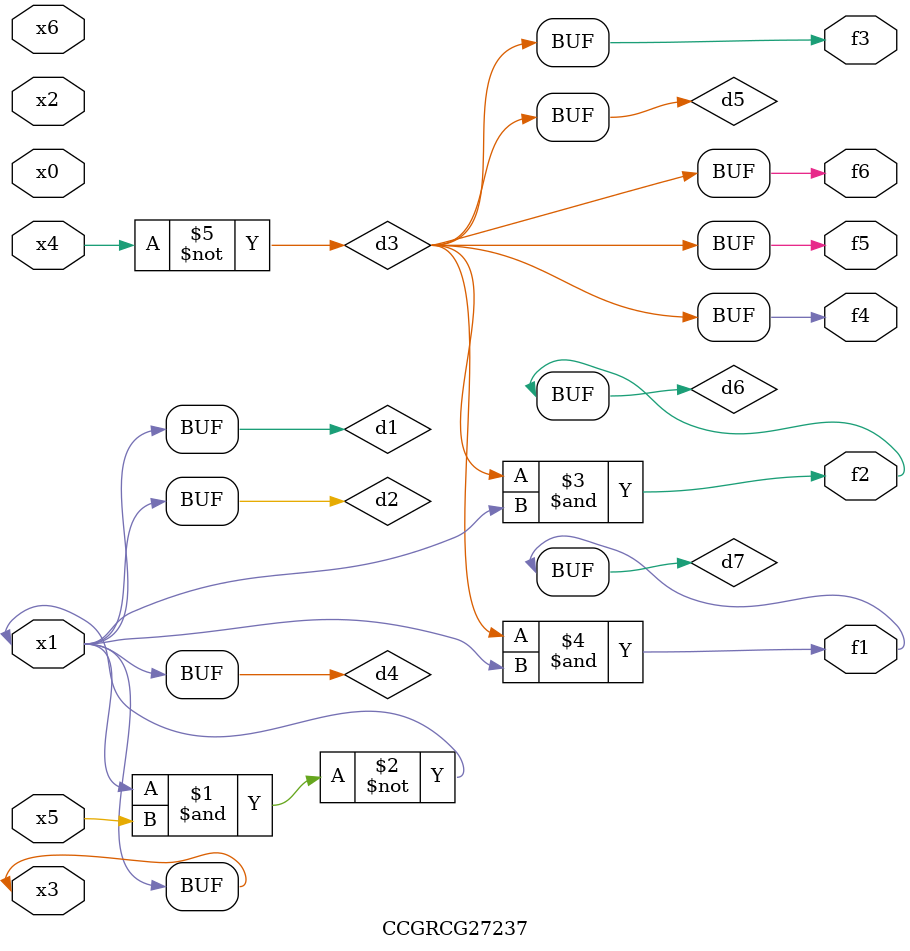
<source format=v>
module CCGRCG27237(
	input x0, x1, x2, x3, x4, x5, x6,
	output f1, f2, f3, f4, f5, f6
);

	wire d1, d2, d3, d4, d5, d6, d7;

	buf (d1, x1, x3);
	nand (d2, x1, x5);
	not (d3, x4);
	buf (d4, d1, d2);
	buf (d5, d3);
	and (d6, d3, d4);
	and (d7, d3, d4);
	assign f1 = d7;
	assign f2 = d6;
	assign f3 = d5;
	assign f4 = d5;
	assign f5 = d5;
	assign f6 = d5;
endmodule

</source>
